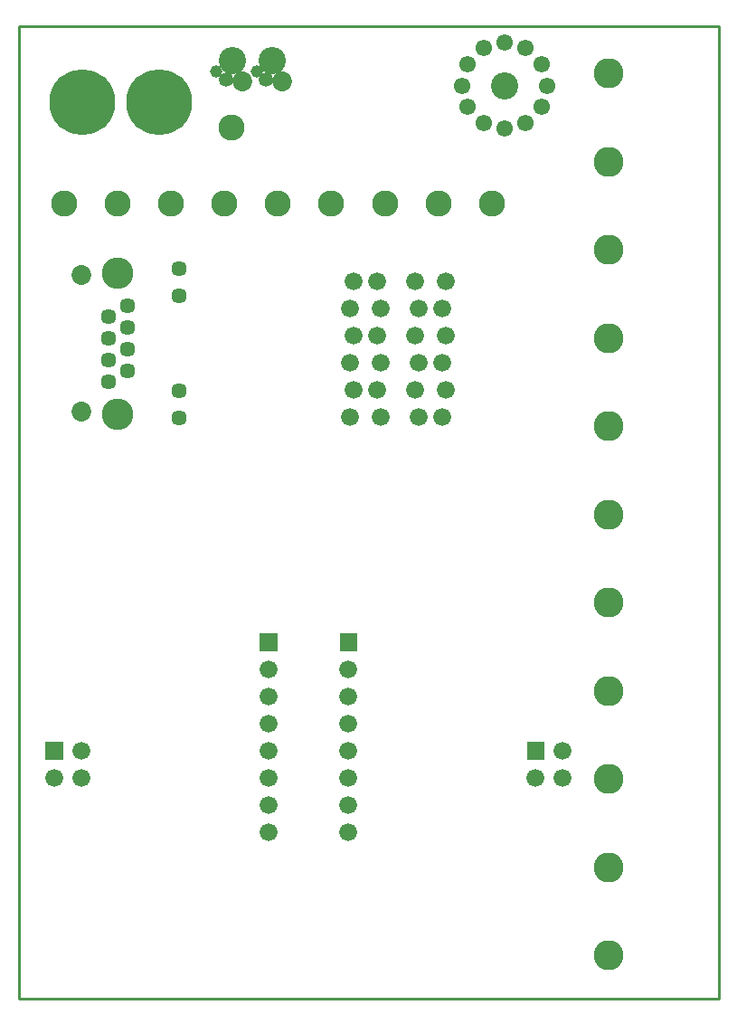
<source format=gbr>
G04 This is an RS-274x file exported by *
G04 gerbv version 2.7.0 *
G04 More information is available about gerbv at *
G04 http://gerbv.geda-project.org/ *
G04 --End of header info--*
%MOIN*%
%FSLAX36Y36*%
%IPPOS*%
G04 --Define apertures--*
%ADD10C,0.0100*%
%ADD11C,0.0001*%
%ADD12C,0.0660*%
%ADD13C,0.1103*%
%ADD14C,0.0572*%
%ADD15C,0.0729*%
%ADD16C,0.1162*%
%ADD17C,0.0966*%
%ADD18C,0.1005*%
%ADD19C,0.0611*%
%ADD20C,0.0960*%
%ADD21C,0.0532*%
%ADD22C,0.0454*%
%ADD23C,0.2422*%
%ADD24C,0.0380*%
%ADD25C,0.0890*%
%ADD26C,0.0350*%
%ADD27C,0.0510*%
%ADD28C,0.0940*%
%ADD29C,0.0630*%
%ADD30C,0.0790*%
%ADD31C,0.0390*%
%ADD32C,0.0300*%
%ADD33C,0.0200*%
%ADD34C,0.1870*%
%ADD35C,0.0490*%
G04 --Start main section--*
G01X0000000Y0000000D02*
G54D10*
G01X0000000Y8250000D02*
G01X2578740Y8250000D01*
G01X2578740Y8250000D02*
G01X2578740Y4667320D01*
G01X2578740Y4667320D02*
G01X0000000Y4667320D01*
G01X0000000Y4667320D02*
G01X0000000Y8250000D01*
G01X0000000Y0000000D02*
G54D11*
G36*
G01X0887000Y6013000D02*
G01X0887000Y5947000D01*
G01X0953000Y5947000D01*
G01X0953000Y6013000D01*
G01X0887000Y6013000D01*
G37*
G36*
G01X1182000Y6013000D02*
G01X1182000Y5947000D01*
G01X1248000Y5947000D01*
G01X1248000Y6013000D01*
G01X1182000Y6013000D01*
G37*
G54D12*
G01X0920000Y5880000D03*
G01X1215000Y5880000D03*
G01X0920000Y5780000D03*
G01X0920000Y5680000D03*
G01X0920000Y5580000D03*
G01X0920000Y5480000D03*
G01X0920000Y5380000D03*
G01X0920000Y5280000D03*
G01X1215000Y5780000D03*
G01X1215000Y5680000D03*
G01X1215000Y5580000D03*
G01X1215000Y5480000D03*
G01X1215000Y5380000D03*
G01X1215000Y5280000D03*
G54D11*
G36*
G01X0097000Y5613000D02*
G01X0097000Y5547000D01*
G01X0163000Y5547000D01*
G01X0163000Y5613000D01*
G01X0097000Y5613000D01*
G37*
G54D12*
G01X0130000Y5480000D03*
G01X0230000Y5480000D03*
G01X0230000Y5580000D03*
G54D11*
G36*
G01X1872000Y5613000D02*
G01X1872000Y5547000D01*
G01X1938000Y5547000D01*
G01X1938000Y5613000D01*
G01X1872000Y5613000D01*
G37*
G54D12*
G01X1905000Y5480000D03*
G01X2005000Y5480000D03*
G01X2005000Y5580000D03*
G54D13*
G01X2175000Y5475000D03*
G01X2175000Y6125000D03*
G01X2175000Y5800000D03*
G01X2175000Y4825000D03*
G01X2175000Y5150000D03*
G54D12*
G01X1460000Y7310000D03*
G01X1575000Y7310000D03*
G01X1560000Y7210000D03*
G01X1475000Y7210000D03*
G01X1235000Y7310000D03*
G01X1220000Y7210000D03*
G01X1320000Y7310000D03*
G01X1335000Y7210000D03*
G01X1460000Y7110000D03*
G01X1475000Y7010000D03*
G01X1460000Y6910000D03*
G01X1575000Y7110000D03*
G01X1235000Y7110000D03*
G01X1320000Y7110000D03*
G54D14*
G01X0329570Y7099920D03*
G54D12*
G01X1560000Y7010000D03*
G01X1220000Y7010000D03*
G01X1335000Y7010000D03*
G01X1575000Y6910000D03*
G01X1320000Y6910000D03*
G01X1235000Y6910000D03*
G01X1220000Y6810000D03*
G01X1335000Y6810000D03*
G54D14*
G01X0400430Y7140080D03*
G01X0589800Y6904650D03*
G54D12*
G01X1475000Y6810000D03*
G01X1560000Y6810000D03*
G54D15*
G01X0229960Y6827870D03*
G54D16*
G01X0365000Y6820000D03*
G54D14*
G01X0589800Y6804250D03*
G01X0329570Y7019610D03*
G01X0329570Y6939290D03*
G01X0400430Y7059760D03*
G01X0400430Y6979450D03*
G54D13*
G01X2175000Y6775000D03*
G01X2175000Y6450000D03*
G54D14*
G01X0589800Y7255040D03*
G01X0589800Y7355430D03*
G54D15*
G01X0229960Y7331810D03*
G54D16*
G01X0365000Y7339690D03*
G54D14*
G01X0329570Y7180240D03*
G01X0400430Y7220390D03*
G54D17*
G01X0167600Y7595000D03*
G01X0364450Y7595000D03*
G01X0561300Y7595000D03*
G01X0758150Y7595000D03*
G01X0955000Y7595000D03*
G54D18*
G01X1790000Y8030000D03*
G54D19*
G01X1947480Y8030000D03*
G01X1925830Y7951260D03*
G01X1925830Y8108740D03*
G01X1632520Y8030000D03*
G01X1654170Y7951260D03*
G01X1654170Y8108740D03*
G01X1790000Y7872520D03*
G01X1713230Y7892200D03*
G01X1866770Y7892200D03*
G01X1790000Y8187480D03*
G01X1866770Y8167800D03*
G01X1713230Y8167800D03*
G54D13*
G01X2175000Y8075000D03*
G01X2175000Y7750000D03*
G01X2175000Y7425000D03*
G01X2175000Y7100000D03*
G54D17*
G01X1151850Y7595000D03*
G01X1348700Y7595000D03*
G01X1545550Y7595000D03*
G01X1742400Y7595000D03*
G54D20*
G01X0785000Y7875000D03*
G54D21*
G01X0763780Y8051180D03*
G54D22*
G01X0728350Y8082680D03*
G54D23*
G01X0235000Y7970000D03*
G01X0518460Y7970000D03*
G54D18*
G01X0787400Y8122050D03*
G54D15*
G01X0822830Y8047240D03*
G54D18*
G01X0935040Y8122050D03*
G54D15*
G01X0970470Y8047240D03*
G54D21*
G01X0911420Y8051180D03*
G54D22*
G01X0875980Y8082680D03*
G01X0000000Y0000000D02*
G54D33*
G01X0728300Y8082700D03*
G01X0876000Y8082700D03*
G54D32*
G01X0763800Y8051200D03*
G01X0911400Y8051200D03*
G54D26*
G01X0329600Y7180200D03*
G01X0329600Y7099900D03*
G01X0329600Y7019600D03*
G01X0329600Y6939300D03*
G01X0400400Y7220400D03*
G01X0400400Y7140100D03*
G01X0400400Y7059800D03*
G01X0400400Y6979400D03*
G01X0589800Y7355400D03*
G01X0589800Y7255000D03*
G01X0589800Y6904600D03*
G01X0589800Y6804300D03*
G54D24*
G01X0130000Y5580000D03*
G01X0130000Y5480000D03*
G01X0230000Y5580000D03*
G01X0230000Y5480000D03*
G01X0920000Y5980000D03*
G01X0920000Y5880000D03*
G01X0920000Y5780000D03*
G01X0920000Y5680000D03*
G01X0920000Y5580000D03*
G01X0920000Y5480000D03*
G01X0920000Y5380000D03*
G01X0920000Y5280000D03*
G01X1215000Y5980000D03*
G01X1215000Y5880000D03*
G01X1215000Y5780000D03*
G01X1215000Y5680000D03*
G01X1215000Y5580000D03*
G01X1215000Y5480000D03*
G01X1215000Y5380000D03*
G01X1215000Y5280000D03*
G01X1220000Y7210000D03*
G01X1220000Y7010000D03*
G01X1220000Y6810000D03*
G01X1235000Y7310000D03*
G01X1235000Y7110000D03*
G01X1235000Y6910000D03*
G01X1320000Y7310000D03*
G01X1320000Y7110000D03*
G01X1320000Y6910000D03*
G01X1335000Y7210000D03*
G01X1335000Y7010000D03*
G01X1335000Y6810000D03*
G01X1460000Y7310000D03*
G01X1460000Y7110000D03*
G01X1460000Y6910000D03*
G01X1475000Y7210000D03*
G01X1475000Y7010000D03*
G01X1475000Y6810000D03*
G01X1560000Y7210000D03*
G01X1560000Y7010000D03*
G01X1560000Y6810000D03*
G01X1575000Y7310000D03*
G01X1575000Y7110000D03*
G01X1575000Y6910000D03*
G01X1905000Y5580000D03*
G01X1905000Y5480000D03*
G01X2005000Y5580000D03*
G01X2005000Y5480000D03*
G54D31*
G01X1632500Y8030000D03*
G01X1654200Y8108700D03*
G01X1654200Y7951300D03*
G01X1713200Y8167800D03*
G01X1713200Y7892200D03*
G01X1790000Y8187500D03*
G01X1790000Y7872500D03*
G01X1866800Y8167800D03*
G01X1866800Y7892200D03*
G01X1925800Y8108700D03*
G01X1925800Y7951300D03*
G01X1947500Y8030000D03*
G54D35*
G01X0822800Y8047200D03*
G01X0970500Y8047200D03*
G54D27*
G01X0230000Y7331800D03*
G01X0230000Y6827900D03*
G54D29*
G01X0167600Y7595000D03*
G01X0364400Y7595000D03*
G01X0561300Y7595000D03*
G01X0758100Y7595000D03*
G01X0955000Y7595000D03*
G01X1151900Y7595000D03*
G01X1348700Y7595000D03*
G01X1545600Y7595000D03*
G01X1742400Y7595000D03*
G54D30*
G01X0785000Y7875000D03*
G01X0787400Y8122000D03*
G01X0935000Y8122000D03*
G01X1790000Y8030000D03*
G54D25*
G01X2175000Y8075000D03*
G01X2175000Y7750000D03*
G01X2175000Y7425000D03*
G01X2175000Y7100000D03*
G01X2175000Y6775000D03*
G01X2175000Y6450000D03*
G01X2175000Y6125000D03*
G01X2175000Y5800000D03*
G01X2175000Y5475000D03*
G01X2175000Y5150000D03*
G01X2175000Y4825000D03*
G54D28*
G01X0365000Y7339700D03*
G01X0365000Y6820000D03*
G54D34*
G01X0235000Y7970000D03*
G01X0518500Y7970000D03*
M02*

</source>
